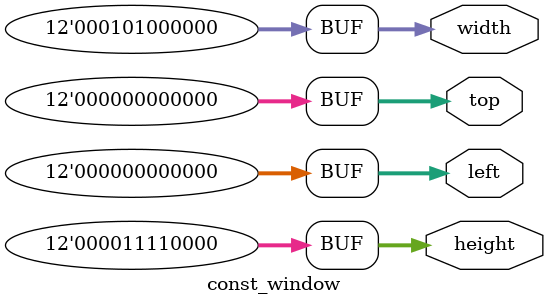
<source format=v>

`timescale 1 ns / 1 ps

module const_window #
(
	parameter integer C_HBITS = 12,
	parameter integer C_WBITS = 12,

	parameter integer C_TOP = 0,
	parameter integer C_LEFT = 0,
	parameter integer C_WIDTH = 320,
	parameter integer C_HEIGHT = 240
)
(

	output wire [C_WBITS-1 : 0] left,
	output wire [C_WBITS-1 : 0] width,
	output wire [C_HBITS-1 : 0] top,
	output wire [C_HBITS-1 : 0] height
);
	assign left   = C_LEFT;
	assign width  = C_WIDTH;
	assign top    = C_TOP;
	assign height = C_HEIGHT;

endmodule

</source>
